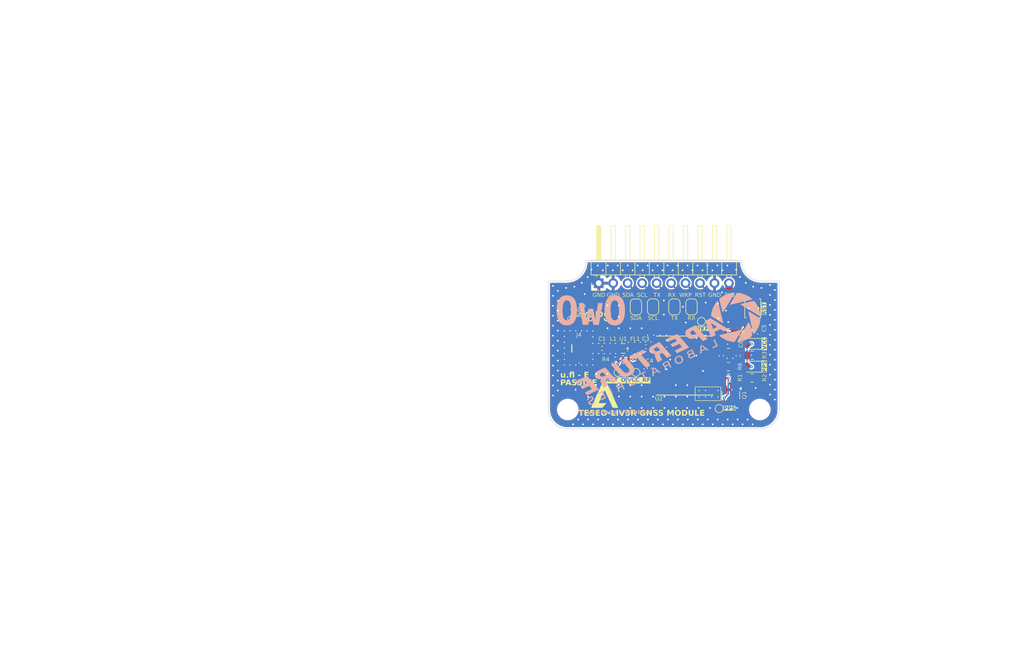
<source format=kicad_pcb>
(kicad_pcb (version 20241229) (generator "pcbnew") (generator_version "9.0")
  (layers (0 "F.Cu" signal) (2 "B.Cu" signal) (13 "F.Paste" user) (15 "B.Paste" user) (5 "F.SilkS" user "F.Silkscreen") (7 "B.SilkS" user "B.Silkscreen") (1 "F.Mask" user) (3 "B.Mask" user) (25 "Edge.Cuts" user))
  (net 0 "")
  (net 1 "/GNSS_ANT")
  (net 2 "Net-(C1-Pad2)")
  (net 3 "GND")
  (net 4 "/VCC_RF")
  (net 5 "/RF_IN")
  (net 6 "Net-(FL1-OUTPUT)")
  (net 7 "+3V3")
  (net 8 "Net-(FL1-INPUT)")
  (net 9 "/GNSS_RST")
  (net 10 "Net-(D2-K)")
  (net 11 "/SDA")
  (net 12 "/GNSS_RX")
  (net 13 "Net-(JP2-A)")
  (net 14 "/GNSS_TX")
  (net 15 "Net-(JP4-B)")
  (net 16 "Net-(JP5-B)")
  (net 17 "Net-(U1-AI)")
  (net 18 "/SCL")
  (net 19 "/GNSS_WKP")
  (net 20 "/GNSS_PPS")
  (net 21 "Net-(Q1-B)")
  (net 22 "Net-(Q1-C)")
  (net 23 "/ANT_OFF")
  (net 24 "Net-(D1-K)")
  (net 25 "Net-(JP1-A)")
  (net 28 "Net-(U2-VBATT)")
  (footprint "Jumper:SolderJumper-2_P1.3mm_Open_RoundedPad1.0x1.5mm" (layer "F.Cu") (at 114 101.75 90)
    (property "Reference" "JP2" (hide yes))
    (property "Value" "Jumper_2_Small_Open")
  )
  (footprint "MountingHole:MountingHole_3.2mm_M3" (layer "F.Cu") (at 135.73962 119.776523)
    (property "Reference" "H1" (hide yes))
    (property "Value" "MountingHole_Pad")
  )
  (footprint "Capacitor_SMD:C_0805_2012Metric" (layer "F.Cu") (at 130.25 108.3 180)
    (property "Reference" "C8")
    (property "Value" "100n")
  )
  (footprint "Inductor_SMD:L_0402_1005Metric" (layer "F.Cu") (at 130.439668 109.85 180)
    (property "Reference" "L2" (hide yes))
    (property "Value" "27nH")
  )
  (footprint "Capacitor_SMD:C_0402_1005Metric" (layer "F.Cu") (at 116.37587 112.53 -90)
    (property "Reference" "C4")
    (property "Value" "56n")
  )
  (footprint "TestPoint:TestPoint_Pad_D1.0mm" (layer "F.Cu") (at 128.6 119.6 -90)
    (property "Reference" "TP4" (hide yes))
    (property "Value" "TestPoint")
  )
  (footprint "Inductor_SMD:L_0402_1005Metric" (layer "F.Cu") (at 109.939668 109.05)
    (property "Reference" "L1")
    (property "Value" "5.6n")
  )
  (footprint "gps-compass_brd:AMP_BGA725L6E6327FTSA1" (layer "F.Cu") (at 111.739668 109.05 180)
    (property "Reference" "U1")
    (property "Value" "BGA725L6E6327FTSA1")
  )
  (footprint "Jumper:SolderJumper-2_P1.3mm_Open_RoundedPad1.0x1.5mm" (layer "F.Cu") (at 120.75 101.75 -90)
    (property "Reference" "JP4" (hide yes))
    (property "Value" "Jumper_2_Small_Open")
  )
  (footprint "sumec_graphic:TITANFALL_ART" (layer "F.Cu") (at 108.541802 121.691413)
    (property "Reference" "G***" (hide yes))
    (property "Value" "LOGO" (hide yes))
  )
  (footprint "LED_SMD:LED_0805_2012Metric" (layer "F.Cu") (at 134.4 112.25 180)
    (property "Reference" "D1" (hide yes))
    (property "Value" "BLUE")
  )
  (footprint "TestPoint:TestPoint_Pad_D1.0mm" (layer "F.Cu") (at 125.5 104.3 -90)
    (property "Reference" "TP2" (hide yes))
    (property "Value" "TestPoint")
  )
  (footprint "Jumper:SolderJumper-2_P1.3mm_Open_RoundedPad1.0x1.5mm" (layer "F.Cu") (at 117 101.75 90)
    (property "Reference" "JP1" (hide yes))
    (property "Value" "Jumper_2_Small_Open")
  )
  (footprint "Capacitor_SMD:C_0402_1005Metric" (layer "F.Cu") (at 131.939668 110.33 -90)
    (property "Reference" "C7" (hide yes))
    (property "Value" "10n")
  )
  (footprint "TestPoint:TestPoint_Pad_D1.0mm" (layer "F.Cu") (at 114 113.25 -90)
    (property "Reference" "TP1" (hide yes))
    (property "Value" "TestPoint")
  )
  (footprint "Button_Switch_SMD:SW_SPST_B3U-1000P" (layer "F.Cu") (at 134.5 102 -90)
    (property "Reference" "SW1" (hide yes))
    (property "Value" "GNSS_RST")
  )
  (footprint "Resistor_SMD:R_0402_1005Metric" (layer "F.Cu") (at 110.339668 110.95)
    (property "Reference" "R4")
    (property "Value" "10k")
  )
  (footprint "Capacitor_SMD:C_0402_1005Metric" (layer "F.Cu") (at 108.039668 109.05)
    (property "Reference" "C1")
    (property "Value" "120p")
  )
  (footprint "Capacitor_SMD:C_0402_1005Metric" (layer "F.Cu") (at 112.239668 110.95 180)
    (property "Reference" "C2")
    (property "Value" "1n")
  )
  (footprint "Capacitor_SMD:C_0805_2012Metric" (layer "F.Cu") (at 134.4 105.5)
    (property "Reference" "C5")
    (property "Value" "100n")
  )
  (footprint "MountingHole:MountingHole_3.2mm_M3" (layer "F.Cu") (at 102.03963 119.776533)
    (property "Reference" "H2" (hide yes))
    (property "Value" "MountingHole_Pad")
  )
  (footprint "Capacitor_SMD:C_0402_1005Metric" (layer "F.Cu") (at 115.739668 108.75)
    (property "Reference" "C3")
    (property "Value" "120p")
  )
  (footprint "gps-compass_brd:FIL_B39162B4327P810" (layer "F.Cu") (at 113.739668 109.0375)
    (property "Reference" "FL1")
    (property "Value" "B39162B4327P810")
  )
  (footprint "Package_TO_SOT_SMD:SOT-23" (layer "F.Cu") (at 130.65 117.25 -90)
    (property "Reference" "Q1")
    (property "Value" "MMBT3904")
  )
  (footprint "Resistor_SMD:R_0805_2012Metric" (layer "F.Cu") (at 130.25 112.25)
    (property "Reference" "R6")
    (property "Value" "10k")
  )
  (footprint "LED_SMD:LED_0805_2012Metric" (layer "F.Cu") (at 134.4 108.25 180)
    (property "Reference" "D2" (hide yes))
    (property "Value" "GREEN")
  )
  (footprint "Resistor_SMD:R_0805_2012Metric" (layer "F.Cu") (at 134.4 110.25 180)
    (property "Reference" "R3")
    (property "Value" "1k")
  )
  (footprint "Resistor_SMD:R_0805_2012Metric" (layer "F.Cu") (at 130.25 114.25 180)
    (property "Reference" "R1")
    (property "Value" "1k")
  )
  (footprint "TestPoint:TestPoint_Pad_D1.0mm" (layer "F.Cu") (at 110.85 113.25 -90)
    (property "Reference" "TP3" (hide yes))
    (property "Value" "TestPoint")
  )
  (footprint "Jumper:SolderJumper-2_P1.3mm_Open_RoundedPad1.0x1.5mm" (layer "F.Cu") (at 123.75 101.75 -90)
    (property "Reference" "JP5" (hide yes))
    (property "Value" "Jumper_2_Small_Open")
  )
  (footprint "Resistor_SMD:R_0805_2012Metric" (layer "F.Cu") (at 134.4 114.25 180)
    (property "Reference" "R2")
    (property "Value" "1k")
  )
  (footprint "Connector_PinHeader_2.54mm:PinHeader_1x10_P2.54mm_Horizontal" (layer "F.Cu") (at 107.464668 97.576494 90)
    (property "Reference" "J3" (hide yes))
    (property "Value" "01x10")
  )
  (footprint "Capacitor_SMD:C_0402_1005Metric" (layer "F.Cu") (at 128.97587 110.33 -90)
    (property "Reference" "C6" (hide yes))
    (property "Value" "56n")
  )
  (footprint "sumec_graphic:GPS_IMG" (layer "F.Cu") (at 105.639668 102.751494)
    (property "Reference" "G***" (hide yes))
    (property "Value" "LOGO" (hide yes))
  )
  (footprint "gps-compass_brd:ARRAY_LIV3R_STM" (layer "F.Cu") (at 122.557769 112.050001)
    (property "Reference" "U2")
    (property "Value" "TESEO-LIV3R")
  )
  (footprint "Resistor_SMD:R_0805_2012Metric" (layer "F.Cu") (at 130.25 106.3)
    (property "Reference" "R5")
    (property "Value" "10k")
  )
  (footprint "gps-compass_brd:636101112001" (layer "F.Cu") (at 104.039668 109.051494 90)
    (property "Reference" "J4")
    (property "Value" "636101112001" (hide yes))
  )
  (footprint "sumec_graphic:APERTURE_ART" (layer "B.Cu") (at 119.639668 109.001494 -155)
    (property "Reference" "G***" (hide yes))
    (property "Value" "LOGO" (hide yes))
  )
  (gr_rect (start 124.4 115.8) (end 128.9 118.2) (stroke (width 0.1)) (fill no) (layer "F.SilkS"))
  (gr_line (start 98.639604 97.206538) (end 101.814614 97.206538) (stroke (width 0.1)) (layer "Edge.Cuts"))
  (gr_arc (start 139.139604 119.776572) (mid 138.143771 122.180716) (end 135.73964 123.176538) (stroke (width 0.1)) (layer "Edge.Cuts"))
  (gr_line (start 105.214604 93.806548) (end 105.214604 93.606538) (stroke (width 0.1)) (layer "Edge.Cuts"))
  (gr_line (start 98.639604 97.206538) (end 98.639604 119.776542) (stroke (width 0.1)) (layer "Edge.Cuts"))
  (gr_line (start 102.0396 123.176538) (end 135.73964 123.176538) (stroke (width 0.1)) (layer "Edge.Cuts"))
  (gr_line (start 139.139604 97.206538) (end 135.96457 97.206538) (stroke (width 0.1)) (layer "Edge.Cuts"))
  (gr_arc (start 135.96457 97.206538) (mid 133.56042 96.210713) (end 132.564604 93.806538) (stroke (width 0.1)) (layer "Edge.Cuts"))
  (gr_arc (start 102.0396 123.176538) (mid 99.635441 122.180701) (end 98.639604 119.776542) (stroke (width 0.1)) (layer "Edge.Cuts"))
  (gr_line (start 132.564604 93.606538) (end 132.564604 93.806538) (stroke (width 0.1)) (layer "Edge.Cuts"))
  (gr_line (start 139.139604 97.206538) (end 139.139604 119.776572) (stroke (width 0.1)) (layer "Edge.Cuts"))
  (gr_line (start 105.214604 93.606538) (end 132.564604 93.606538) (stroke (width 0.1)) (layer "Edge.Cuts"))
  (gr_arc (start 105.214604 93.806548) (mid 104.218769 96.210705) (end 101.814614 97.206538) (stroke (width 0.1)) (layer "Edge.Cuts"))
  (gr_text "VCC_RF" (at 114.5 114.6 0) (layer "F.SilkS" knockout) (effects (font (size 0.7 0.7) (thickness 0.14) (bold yes))))
  (gr_text "SCL" (at 115.1 99.7 0) (layer "F.SilkS") (effects (font (size 0.7 0.7) (thickness 0.1))))
  (gr_text "GND" (at 107.5 99.7 0) (layer "F.SilkS") (effects (font (size 0.7 0.7) (thickness 0.1))))
  (gr_text "PPS" (at 130.4 119.6 0) (layer "F.SilkS" knockout) (effects (font (size 0.7 0.7) (thickness 0.14) (bold yes))))
  (gr_text "SCL" (at 117 103.75 0) (layer "F.SilkS") (effects (font (size 0.7 0.7) (thickness 0.1))))
  (gr_text "GND" (at 127.8 99.7 0) (layer "F.SilkS") (effects (font (size 0.7 0.7) (thickness 0.1))))
  (gr_text "3V3" (at 130.4 99.7 0) (layer "F.SilkS") (effects (font (size 0.7 0.7) (thickness 0.1))))
  (gr_text "RX" (at 123.75 103.75 0) (layer "F.SilkS") (effects (font (size 0.7 0.7) (thickness 0.1))))
  (gr_text "SDA" (at 112.6 99.7 0) (layer "F.SilkS") (effects (font (size 0.7 0.7) (thickness 0.1))))
  (gr_text "RST" (at 125.3 99.7 0) (layer "F.SilkS") (effects (font (size 0.7 0.7) (thickness 0.1))))
  (gr_text "ANT_O" (at 110.4 114.6 0) (layer "F.SilkS" knockout) (effects (font (size 0.7 0.7) (thickness 0.14) (bold yes))))
  (gr_text "u.fl - F" (at 103.25 113.75 0) (layer "F.SilkS") (effects (font (size 1 1) (thickness 0.14) (bold yes))))
  (gr_text "RX" (at 120.3 99.7 0) (layer "F.SilkS") (effects (font (size 0.7 0.7) (thickness 0.1))))
  (gr_text "WKP" (at 125.540989 105.601494 0) (layer "F.SilkS" knockout) (effects (font (size 0.7 0.7) (thickness 0.14) (bold yes))))
  (gr_text "SDA" (at 114 103.75 0) (layer "F.SilkS") (effects (font (size 0.7 0.7) (thickness 0.1))))
  (gr_text "WKP" (at 122.7 99.7 0) (layer "F.SilkS") (effects (font (size 0.7 0.7) (thickness 0.1))))
  (gr_text "PASSIVE" (at 103.940607 115.093994 0) (layer "F.SilkS") (effects (font (size 1 1) (thickness 0.14) (bold yes))))
  (gr_text "GND" (at 110 99.7 0) (layer "F.SilkS") (effects (font (size 0.7 0.7) (thickness 0.1))))
  (gr_text "TX" (at 120.75 103.75 0) (layer "F.SilkS") (effects (font (size 0.7 0.7) (thickness 0.1))))
  (gr_text "TESEO-LIV3R GNSS MODULE" (at 115 120.45 0) (layer "F.SilkS") (effects (font (size 1 1) (thickness 0.14) (bold yes) (italic yes))))
  (gr_text "VCC" (at 136.6 108.2 90) (layer "F.SilkS" knockout) (effects (font (size 0.7 0.7) (thickness 0.14) (bold yes))))
  (gr_text "PPS" (at 136.6 112.2 90) (layer "F.SilkS" knockout) (effects (font (size 0.7 0.7) (thickness 0.14) (bold yes))))
  (gr_text "TX" (at 117.7 99.7 0) (layer "F.SilkS") (effects (font (size 0.7 0.7) (thickness 0.1))))
  (gr_text "RST" (at 136.489668 102.101494 90) (layer "F.SilkS" knockout) (effects (font (size 0.7 0.7) (thickness 0.14) (bold yes))))
  (gr_text "made by a good boy :3" (at 110.389668 120.251494 0) (layer "B.SilkS") (effects (font (size 0.7 0.7) (thickness 0.14) (bold yes) (italic yes)) (justify mirror)))
  (gr_text "OwO" (at 112.389668 105.751494 0) (layer "B.SilkS") (effects (font (size 5 5) (thickness 1.25) (bold yes)) (justify left bottom mirror)))
  (segment (start 107.559668 109.05) (end 105.566162 109.05) (width 0.9) (layer "F.Cu") (net 1))
  (segment (start 105.566162 109.05) (end 105.564668 109.051494) (width 0.9) (layer "F.Cu") (net 1))
  (segment (start 108.519668 109.05) (end 109.454668 109.05) (width 0.45) (layer "F.Cu") (net 2))
  (segment (start 109.839668 111.65) (end 109.829668 111.64) (width 0.25) (layer "F.Cu") (net 3))
  (segment (start 130.7625 116.3125) (end 129.7 116.3125) (width 0.25) (layer "F.Cu") (net 3))
  (segment (start 130.85 116.3) (end 130.775 116.3) (width 0.25) (layer "F.Cu") (net 3))
  (segment (start 113.739668 108.75) (end 113.739668 109.325) (width 0.25) (layer "F.Cu") (net 3))
  (segment (start 116.37587 113.01) (end 115.799668 113.01) (width 0.25) (layer "F.Cu") (net 3))
  (segment (start 111.759668 110.3) (end 111.759668 110.75) (width 0.25) (layer "F.Cu") (net 3))
  (segment (start 129.3 108.3) (end 130.1 108.3) (width 0.25) (layer "F.Cu") (net 3))
  (segment (start 135.35 105.5) (end 135.35 106.516918) (width 0.25) (layer "F.Cu") (net 3))
  (segment (start 130.775 116.3) (end 130.7625 116.3125) (width 0.25) (layer "F.Cu") (net 3))
  (segment (start 113.739668 109.325) (end 114.239668 109.325) (width 0.25) (layer "F.Cu") (net 3))
  (segment (start 129.972023 110.81) (end 129.982418 110.799605) (width 0.25) (layer "F.Cu") (net 3))
  (segment (start 111.759668 110.03) (end 111.939668 109.85) (width 0.2) (layer "F.Cu") (net 3))
  (segment (start 111.759668 110.3) (end 111.759668 110.03) (width 0.2) (layer "F.Cu") (net 3))
  (segment (start 128.97587 110.81) (end 129.972023 110.81) (width 0.25) (layer "F.Cu") (net 3))
  (segment (start 113.739668 110.018491) (end 113.739668 109.325) (width 0.25) (layer "F.Cu") (net 3))
  (segment (start 135.35 106.516918) (end 135.346243 106.520675) (width 0.25) (layer "F.Cu") (net 3))
  (segment (start 115.799668 113.01) (end 115.439668 112.65) (width 0.25) (layer "F.Cu") (net 3))
  (segment (start 111.939668 109.85) (end 111.939668 109.45) (width 0.2) (layer "F.Cu") (net 3))
  (segment (start 109.829668 111.64) (end 109.829668 110.95) (width 0.25) (layer "F.Cu") (net 3))
  (segment (start 113.719668 110.048887) (end 113.719668 110.038491) (width 0.25) (layer "F.Cu") (net 3))
  (segment (start 131.939668 110.81) (end 131.043897 110.81) (width 0.25) (layer "F.Cu") (net 3))
  (segment (start 111.539668 108.65) (end 111.539668 107.95) (width 0.15) (layer "F.Cu") (net 3))
  (segment (start 113.739668 108.75) (end 113.739668 107.95) (width 0.25) (layer "F.Cu") (net 3))
  (segment (start 133.4875 110.25) (end 134.25 110.25) (width 0.25) (layer "F.Cu") (net 3))
  (segment (start 113.719668 110.038491) (end 113.739668 110.018491) (width 0.25) (layer "F.Cu") (net 3))
  (segment (start 131.043897 110.81) (end 131.033502 110.799605) (width 0.25) (layer "F.Cu") (net 3))
  (via (at 116.975 122.375) (size 0.7) (drill 0.3) (layers "F.Cu" "B.Cu") (net 3))
  (via (at 99.439668 99.801494) (size 0.7) (drill 0.3) (layers "F.Cu" "B.Cu") (net 3))
  (via (at 115 115.5) (size 0.7) (drill 0.3) (layers "F.Cu" "B.Cu") (net 3))
  (via (at 135.346243 106.520675) (size 0.5) (drill 0.2) (layers "F.Cu" "B.Cu") (net 3))
  (via (at 138.375 114.525) (size 0.7) (drill 0.3) (layers "F.Cu" "B.Cu") (net 3))
  (via (at 99.439668 105.051494) (size 0.7) (drill 0.3) (layers "F.Cu" "B.Cu") (net 3))
  (via (at 115.225 122.375) (size 0.7) (drill 0.3) (layers "F.Cu" "B.Cu") (net 3))
  (via (at 114.3 94.475) (size 0.7) (drill 0.3) (layers "F.Cu" "B.Cu") (net 3))
  (via (at 107.439668 108.15) (size 0.5) (drill 0.2) (layers "F.Cu" "B.Cu") (net 3))
  (via (at 114.739668 107.95) (size 0.5) (drill 0.2) (layers "F.Cu" "B.Cu") (net 3))
  (via (at 106.450355 107.015616) (size 0.5) (drill 0.2) (layers "F.Cu" "B.Cu") (net 3))
  (via (at 130.1 108.3) (size 0.5) (drill 0.2) (layers "F.Cu" "B.Cu") (net 3))
  (via (at 138.375 104.025) (size 0.7) (drill 0.3) (layers "F.Cu" "B.Cu") (net 3))
  (via (at 115.7 107.9) (size 0.5) (drill 0.2) (layers "F.Cu" "B.Cu") (net 3))
  (via (at 128.467472 103.741868) (size 0.7) (drill 0.3) (layers "F.Cu" "B.Cu") (net 3))
  (via (at 103.4 116.3) (size 0.7) (drill 0.3) (layers "F.Cu" "B.Cu") (net 3))
  (via (at 100.289668 100.676494) (size 0.7) (drill 0.3) (layers "F.Cu" "B.Cu") (net 3))
  (via (at 136.020322 98.421167) (size 0.7) (drill 0.3) (layers "F.Cu" "B.Cu") (net 3))
  (via (at 99.439668 98.051494) (size 0.7) (drill 0.3) (layers "F.Cu" "B.Cu") (net 3))
  (via (at 99.439668 101.551494) (size 0.7) (drill 0.3) (layers "F.Cu" "B.Cu") (net 3))
  (via (at 101.439668 110.951494) (size 0.5) (drill 0.2) (layers "F.Cu" "B.Cu") (net 3))
  (via (at 112.6 121.525) (size 0.7) (drill 0.3) (layers "F.Cu" "B.Cu") (net 3))
  (via (at 102.438174 111.951494) (size 0.5) (drill 0.2) (layers "F.Cu" "B.Cu") (net 3))
  (via (at 103.85 121.525) (size 0.7) (drill 0.3) (layers "F.Cu" "B.Cu") (net 3))
  (via (at 125.675 95.325) (size 0.7) (drill 0.3) (layers "F.Cu" "B.Cu") (net 3))
  (via (at 115 105.5) (size 0.7) (drill 0.3) (layers "F.Cu" "B.Cu") (net 3))
  (via (at 119.339668 106.7) (size 0.5) (drill 0.2) (layers "F.Cu" "B.Cu") (net 3))
  (via (at 137.525 117.15) (size 0.7) (drill 0.3) (layers "F.Cu" "B.Cu") (net 3))
  (via (at 99.439668 110.301494) (size 0.7) (drill 0.3) (layers "F.Cu" "B.Cu") (net 3))
  (via (at 100.289668 116.426494) (size 0.7) (drill 0.3) (layers "F.Cu" "B.Cu") (net 3))
  (via (at 122.75 104.5) (size 0.7) (drill 0.3) (layers "F.Cu" "B.Cu") (net 3))
  (via (at 111 115.5) (size 0.7) (drill 0.3) (layers "F.Cu" "B.Cu") (net 3))
  (via (at 105.531053 96.5) (size 0.7) (drill 0.3) (layers "F.Cu" "B.Cu") (net 3))
  (via (at 106.439668 109.95) (size 0.5) (drill 0.2) (layers "F.Cu" "B.Cu") (net 3))
  (via (at 119.35 107.7) (size 0.5) (drill 0.2) (layers "F.Cu" "B.Cu") (net 3))
  (via (at 124.6 107.2) (size 0.7) (drill 0.3) (layers "F.Cu" "B.Cu") (net 3))
  (via (at 127.3 117.55) (size 0.5) (drill 0.2) (layers "F.Cu" "B.Cu") (net 3))
  (via (at 109.975 122.375) (size 0.7) (drill 0.3) (layers "F.Cu" "B.Cu") (net 3))
  (via (at 138.375 111.025) (size 0.7) (drill 0.3) (layers "F.Cu" "B.Cu") (net 3))
  (via (at 116.639668 109.6) (size 0.5) (drill 0.2) (layers "F.Cu" "B.Cu") (net 3))
  (via (at 119.35 108.8) (size 0.5) (drill 0.2) (layers "F.Cu" "B.Cu") (net 3))
  (via (at 125.75 113) (size 0.7) (drill 0.3) (layers "F.Cu" "B.Cu") (net 3))
  (via (at 117.139668 106.7) (size 0.5) (drill 0.2) (layers "F.Cu" "B.Cu") (net 3))
  (via (at 138.375 112.775) (size 0.7) (drill 0.3) (layers "F.Cu" "B.Cu") (net 3))
  (via (at 113.425 95.325) (size 0.7) (drill 0.3) (layers "F.Cu" "B.Cu") (net 3))
  (via (at 115 117.5) (size 0.7) (drill 0.3) (layers "F.Cu" "B.Cu") (net 3))
  (via (at 105.6 117.5) (size 0.7) (drill 0.3) (layers "F.Cu" "B.Cu") (net 3))
  (via (at 131.033502 110.799605) (size 0.5) (drill 0.2) (layers "F.Cu" "B.Cu") (net 3))
  (via (at 137.525 106.65) (size 0.7) (drill 0.3) (layers "F.Cu" "B.Cu") (net 3))
  (via (at 109 113.5) (size 0.7) (drill 0.3) (layers "F.Cu" "B.Cu") (net 3))
  (via (at 132.25 96.5) (size 0.7) (drill 0.3) (layers "F.Cu" "B.Cu") (net 3))
  (via (at 118.675 95.325) (size 0.7) (drill 0.3) (layers "F.Cu" "B.Cu") (net 3))
  (via (at 121 119.5) (size 0.7) (drill 0.3) (layers "F.Cu" "B.Cu") (net 3))
  (via (at 131.85 121.525) (size 0.7) (drill 0.3) (layers "F.Cu" "B.Cu") (net 3))
  (via (at 119.6 121.525) (size 0.7) (drill 0.3) (layers "F.Cu" "B.Cu") (net 3))
  (via (at 120.475 122.375) (size 0.7) (drill 0.3) (layers "F.Cu" "B.Cu") (net 3))
  (via (at 99.439668 112.051494) (size 0.7) (drill 0.3) (layers "F.Cu" "B.Cu") (net 3))
  (via (at 137.525 101.4) (size 0.7) (drill 0.3) (layers "F.Cu" "B.Cu") (net 3))
  (via (at 138.375 100.525) (size 0.7) (drill 0.3) (layers "F.Cu" "B.Cu") (net 3))
  (via (at 117.8 94.475) (size 0.7) (drill 0.3) (layers "F.Cu" "B.Cu") (net 3))
  (via (at 131.588061 95.20081) (size 0.7) (drill 0.3) (layers "F.Cu" "B.Cu") (net 3))
  (via (at 108.439668 108.15) (size 0.5) (drill 0.2) (layers "F.Cu" "B.Cu") (net 3))
  (via (at 99.439668 103.301494) (size 0.7) (drill 0.3) (layers "F.Cu" "B.Cu") (net 3))
  (via (at 113.739668 107.95) (size 0.5) (drill 0.2) (layers "F.Cu" "B.Cu") (net 3))
  (via (at 107.35 121.525) (size 0.7) (drill 0.3) (layers "F.Cu" "B.Cu") (net 3))
  (via (at 130.975 122.375) (size 0.7) (drill 0.3) (layers "F.Cu" "B.Cu") (net 3))
  (via (at 116.1 121.525) (size 0.7) (drill 0.3) (layers "F.Cu" "B.Cu") (net 3))
  (via (at 134.25 110.25) (size 0.5) (drill 0.2) (layers "F.Cu" "B.Cu") (net 3))
  (via (at 104.5 97.531013) (size 0.7) (drill 0.3) (layers "F.Cu" "B.Cu") (net 3))
  (via (at 138.375 116.275) (size 0.7) (drill 0.3) (layers "F.Cu" "B.Cu") (net 3))
  (via (at 99.439668 106.801494) (size 0.7) (drill 0.3) (layers "F.Cu" "B.Cu") (net 3))
  (via (at 101.760657 98.421021) (size 0.7) (drill 0.3) (layers "F.Cu" "B.Cu") (net 3))
  (via (at 111 103.5) (size 0.7) (drill 0.3) (layers "F.Cu" "B.Cu") (net 3))
  (via (at 104.725 122.375) (size 0.7) (drill 0.3) (layers "F.Cu" "B.Cu") (net 3))
  (via (at 118.725 122.375) (size 0.7) (drill 0.3) (layers "F.Cu" "B.Cu") (net 3))
  (via (at 123 117.5) (size 0.7) (drill 0.3) (layers "F.Cu" "B.Cu") (net 3))
  (via (at 111.675 95.325) (size 0.7) (drill 0.3) (layers "F.Cu" "B.Cu") (net 3))
  (via (at 122.244102 101.736849) (size 0.7) (drill 0.3) (layers "F.Cu" "B.Cu") (net 3))
  (via (at 123 115.5) (size 0.7) (drill 0.3) (layers "F.Cu" "B.Cu") (net 3))
  (via (at 108.175 95.325) (size 0.7) (drill 0.3) (layers "F.Cu" "B.Cu") (net 3))
  (via (at 121.3 94.475) (size 0.7) (drill 0.3) (layers "F.Cu" "B.Cu") (net 3))
  (via (at 99.439668 117.301494) (size 0.7) (drill 0.3) (layers "F.Cu" "B.Cu") (net 3))
  (via (at 137.525 115.4) (size 0.7) (drill 0.3) (layers "F.Cu" "B.Cu") (net 3))
  (via (at 126.195118 116.449024) (size 0.5) (drill 0.2) (layers "F.Cu" "B.Cu") (net 3))
  (via (at 113 115.5) (size 0.7) (drill 0.3) (layers "F.Cu" "B.Cu") (net 3))
  (via (at 105.438174 105.951494) (size 0.5) (drill 0.2) (layers "F.Cu" "B.Cu") (net 3))
  (via (at 103.439668 111.951494) (size 0.5) (drill 0.2) (layers "F.Cu" "B.Cu") (net 3))
  (via (at 101.439668 106.95) (size 0.5) (drill 0.2) (layers "F.Cu" "B.Cu") (net 3))
  (via (at 115.175 95.325) (size 0.7) (drill 0.3) (layers "F.Cu" "B.Cu") (net 3))
  (via (at 101.438174 111.951494) (size 0.5) (drill 0.2) (layers "F.Cu" "B.Cu") (net 3))
  (via (at 110.439668 108.15) (size 0.5) (drill 0.2) (layers "F.Cu" "B.Cu") (net 3))
  (via (at 117.85 121.525) (size 0.7) (drill 0.3) (layers "F.Cu" "B.Cu") (net 3))
  (via (at 123 119.5) (size 0.7) (drill 0.3) (layers "F.Cu" "B.Cu") (net 3))
  (via (at 110.8 94.475) (size 0.7) (drill 0.3) (layers "F.Cu" "B.Cu") (net 3))
  (via (at 112.639668 107.95) (size 0.5) (drill 0.2) (layers "F.Cu" "B.Cu") (net 3))
  (via (at 105.6 121.525) (size 0.7) (drill 0.3) (layers "F.Cu" "B.Cu") (net 3))
  (via (at 119.35 109.9) (size 0.5) (drill 0.2) (layers "F.Cu" "B.Cu") (net 3))
  (via (at 110.85 121.525) (size 0.7) (drill 0.3) (layers "F.Cu" "B.Cu") (net 3))
  (via (at 114.35 121.525) (size 0.7) (drill 0.3) (layers "F.Cu" "B.Cu") (net 3))
  (via (at 105 99.5) (size 0.7) (drill 0.3) (layers "F.Cu" "B.Cu") (net 3))
  (via (at 113 119.5) (size 0.7) (drill 0.3) (layers "F.Cu" "B.Cu") (net 3))
  (via (at 122.175 95.325) (size 0.7) (drill 0.3) (layers "F.Cu" "B.Cu") (net 3))
  (via (at 130.2 104.4) (size 0.7) (drill 0.3) (layers "F.Cu" "B.Cu") (net 3))
  (via (at 127.425 95.325) (size 0.7) (drill 0.3) (layers "F.Cu" "B.Cu") (net 3))
  (via (at 111.759668 110.3) (size 0.5) (drill 0.2) (layers "F.Cu" "B.Cu") (net 3))
  (via (at 123.1 121.525) (size 0.7) (drill 0.3) (layers "F.Cu" "B.Cu") (net 3))
  (via (at 107.439668 109.95) (size 0.5) (drill 0.2) (layers "F.Cu" "B.Cu") (net 3))
  (via (at 114.739668 110.05) (size 0.5) (drill 0.2) (layers "F.Cu" "B.Cu") (net 3))
  (via (at 100.289668 105.926494) (size 0.7) (drill 0.3) (layers "F.Cu" "B.Cu") (net 3))
  (via (at 113.719668 110.048887) (size 0.5) (drill 0.2) (layers "F.Cu" "B.Cu") (net 3))
  (via (at 130.85 116.3) (size 0.5) (drill 0.2) (layers "F.Cu" "B.Cu") (net 3))
  (via (at 135.5 102) (size 0.7) (drill 0.3) (layers "F.Cu" "B.Cu") (net 3))
  (via (at 137.525 103.15) (size 0.7) (drill 0.3) (layers "F.Cu" "B.Cu") (net 3))
  (via (at 126.6 121.525) (size 0.7) (drill 0.3) (layers "F.Cu" "B.Cu") (net 3))
  (via (at 125.1 117.55) (size 0.5) (drill 0.2) (layers "F.Cu" "B.Cu") (net 3))
  (via (at 100.289668 98.926494) (size 0.7) (drill 0.3) (layers "F.Cu" "B.Cu") (net 3))
  (via (at 118.239668 106.7) (size 0.5) (drill 0.2) (layers "F.Cu" "B.Cu") (net 3))
  (via (at 109 105.5) (size 0.7) (drill 0.3) (layers "F.Cu" "B.Cu") (net 3))
  (via (at 133.75 102) (size 0.7) (drill 0.3) (layers "F.Cu" "B.Cu") (net 3))
  (via (at 138.375 105.775) (size 0.7) (drill 0.3) (layers "F.Cu" "B.Cu") (net 3))
  (via (at 109.1 121.525) (size 0.7) (drill 0.3) (layers "F.Cu" "B.Cu") (net 3))
  (via (at 116.05 94.475) (size 0.7) (drill 0.3) (layers "F.Cu" "B.Cu") (net 3))
  (via (at 116.639668 107.9) (size 0.5) (drill 0.2) (layers "F.Cu" "B.Cu") (net 3))
  (via (at 100.289668 114.676494) (size 0.7) (drill 0.3) (layers "F.Cu" "B.Cu") (net 3))
  (via (at 111.757738 111.654802) (size 0.5) (drill 0.2) (layers "F.Cu" "B.Cu") (net 3))
  (via (at 120 111) (size 0.7) (drill 0.3) (layers "F.Cu" "B.Cu") (net 3))
  (via (at 109.05 94.475) (size 0.7) (drill 0.3) (layers "F.Cu" "B.Cu") (net 3))
  (via (at 130.1 121.525) (size 0.7) (drill 0.3) (layers "F.Cu" "B.Cu") (net 3))
  (via (at 113.475 122.375) (size 0.7) (drill 0.3) (layers "F.Cu" "B.Cu") (net 3))
  (via (at 132.725 122.375) (size 0.7) (drill 0.3) (layers "F.Cu" "B.Cu") (net 3))
  (via (at 128.4 101.2) (size 0.7) (drill 0.3) (layers "F.Cu" "B.Cu") (net 3))
  (via (at 110.439668 109.95) (size 0.5) (drill 0.2) (layers "F.Cu" "B.Cu") (net 3))
  (via (at 118.9 103.1) (size 0.7) (drill 0.3) (layers "F.Cu" "B.Cu") (net 3))
  (via (at 119.4 112.7) (size 0.7) (drill 0.3) (layers "F.Cu" "B.Cu") (net 3))
  (via (at 104.439668 105.951494) (size 0.5) (drill 0.2) (layers "F.Cu" "B.Cu") (net 3))
  (via (at 101.439668 108.951494) (size 0.5) (drill 0.2) (layers "F.Cu" "B.Cu") (net 3))
  (via (at 111 101.5) (size 0.7) (drill 0.3) (layers "F.Cu" "B.Cu") (net 3))
  (via (at 119.55 94.475) (size 0.7) (drill 0.3) (layers "F.Cu" "B.Cu") (net 3))
  (via (at 125.725 122.375) (size 0.7) (drill 0.3) (layers "F.Cu" "B.Cu") (net 3))
  (via (at 137.525 104.9) (size 0.7) (drill 0.3) (layers "F.Cu" "B.Cu") (net 3))
  (via (at 126.25 101) (size 0.7) (drill 0.3) (layers "F.Cu" "B.Cu") (net 3))
  (via (at 137.525 110.15) (size 0.7) (drill 0.3) (layers "F.Cu" "B.Cu") (net 3))
  (via (at 103.438174 105.951494) (size 0.5) (drill 0.2) (layers "F.Cu" "B.Cu") (net 3))
  (via (at 133.6 121.525) (size 0.7) (drill 0.3) (layers "F.Cu" "B.Cu") (net 3))
  (via (at 117 119.5) (size 0.7) (drill 0.3) (layers "F.Cu" "B.Cu") (net 3))
  (via (at 128.4 116.45) (size 0.5) (drill 0.2) (layers "F.Cu" "B.Cu") (net 3))
  (via (at 111 117.5) (size 0.7) (drill 0.3) (layers "F.Cu" "B.Cu") (net 3))
  (via (at 101.439668 109.95) (size 0.5) (drill 0.2) (layers "F.Cu" "B.Cu") (net 3))
  (via (at 113 117.5) (size 0.7) (drill 0.3) (layers "F.Cu" "B.Cu") (net 3))
  (via (at 115.439668 112.65) (size 0.5) (drill 0.2) (layers "F.Cu" "B.Cu") (net 3))
  (via (at 118.9 100.6) (size 0.7) (drill 0.3) (layers "F.Cu" "B.Cu") (net 3))
  (via (at 137.525 111.9) (size 0.7) (drill 0.3) (layers "F.Cu" "B.Cu") (net 3))
  (via (at 137.525 99.65) (size 0.7) (drill 0.3) (layers "F.Cu" "B.Cu") (net 3))
  (via (at 121 117.5) (size 0.7) (drill 0.3) (layers "F.Cu" "B.Cu") (net 3))
  (via (at 111.539668 107.95) (size 0.5) (drill 0.2) (layers "F.Cu" "B.Cu") (net 3))
  (via (at 138.375 118.025) (size 0.7) (drill 0.3) (layers "F.Cu" "B.Cu") (net 3))
  (via (at 117 117.5) (size 0.7) (drill 0.3) (layers "F.Cu" "B.Cu") (net 3))
  (via (at 101.439668 105.951494) (size 0.5) (drill 0.2) (layers "F.Cu" "B.Cu") (net 3))
  (via (at 120.425 95.325) (size 0.7) (drill 0.3) (layers "F.Cu" "B.Cu") (net 3))
  (via (at 126.2 117.55) (size 0.5) (drill 0.2) (layers "F.Cu" "B.Cu") (net 3))
  (via (at 129.225 122.375) (size 0.7) (drill 0.3) (layers "F.Cu" "B.Cu") (net 3))
  (via (at 115.7 109.6) (size 0.5) (drill 0.2) (layers "F.Cu" "B.Cu") (net 3))
  (via (at 124.85 121.525) (size 0.7) (drill 0.3) (layers "F.Cu" "B.Cu") (net 3))
  (via (at 100.289668 102.426494) (size 0.7) (drill 0.3) (layers "F.Cu" "B.Cu") (net 3))
  (via (at 106.475 122.375) (size 0.7) (drill 0.3) (layers "F.Cu" "B.Cu") (net 3))
  (via (at 129.982418 110.799605) (size 0.5) (drill 0.2) (layers "F.Cu" "B.Cu") (net 3))
  (via (at 111 105.5) (size 0.7) (drill 0.3) (layers "F.Cu" "B.Cu") (net 3))
  (via (at 100.289668 104.176494) (size 0.7) (drill 0.3) (layers "F.Cu" "B.Cu") (net 3))
  (via (at 126.2 106.8) (size 0.7) (drill 0.3) (layers "F.Cu" "B.Cu") (net 3))
  (via (at 109.439668 109.95) (size 0.5) (drill 0.2) (layers "F.Cu" "B.Cu") (net 3))
  (via (at 109.439668 108.15) (size 0.5) (drill 0.2) (layers "F.Cu" "B.Cu") (net 3))
  (via (at 115 119.5) (size 0.7) (drill 0.3) (layers "F.Cu" "B.Cu") (net 3))
  (via (at 109.839668 111.65) (size 0.5) (drill 0.2) (layers "F.Cu" "B.Cu") (net 3))
  (via (at 100.289668 107.676494) (size 0.7) (drill 0.3) (layers "F.Cu" "B.Cu") (net 3))
  (via (at 121.35 121.525) (size 0.7) (drill 0.3) (layers "F.Cu" "B.Cu") (net 3))
  (via (at 100.289668 109.426494) (size 0.7) (drill 0.3) (layers "F.Cu" "B.Cu") (net 3))
  (via (at 129.1 99.2) (size 0.7) (drill 0.3) (layers "F.Cu" "B.Cu") (net 3))
  (via (at 123.925 95.325) (size 0.7) (drill 0.3) (layers "F.Cu" "B.Cu") (net 3))
  (via (at 109.925 95.325) (size 0.7) (drill 0.3) (layers "F.Cu" "B.Cu") (net 3))
  (via (at 99.439668 108.551494) (size 0.7) (drill 0.3) (layers "F.Cu" "B.Cu") (net 3))
  (via (at 130.05 94.475) (size 0.7) (drill 0.3) (layers "F.Cu" "B.Cu") (net 3))
  (via (at 106.439668 110.951494) (size 0.5) (drill 0.2) (layers "F.Cu" "B.Cu") (net 3))
  (via (at 137.525 108.4) (size 0.7) (drill 0.3) (layers "F.Cu" "B.Cu") (net 3))
  (via (at 99.439668 113.801494) (size 0.7) (drill 0.3) (layers "F.Cu" "B.Cu") (net 3))
  (via (at 126.55 94.475) (size 0.7) (drill 0.3) (layers "F.Cu" "B.Cu") (net 3))
  (via (at 108.225 122.375) (size 0.7) (drill 0.3) (layers "F.Cu" "B.Cu") (net 3))
  (via (at 124.6 110.3) (size 0.7) (drill 0.3) (layers "F.Cu" "B.Cu") (net 3))
  (via (at 105.439668 111.951494) (size 0.5) (drill 0.2) (layers "F.Cu" "B.Cu") (net 3))
  (via (at 106.441618 105.956085) (size 0.5) (drill 0.2) (layers "F.Cu" "B.Cu") (net 3))
  (via (at 131.75 119.5) (size 0.7) (drill 0.3) (layers "F.Cu" "B.Cu") (net 3))
  (via (at 123.975 122.375) (size 0.7) (drill 0.3) (layers "F.Cu" "B.Cu") (net 3))
  (via (at 137.525 97.9) (size 0.7) (drill 0.3) (layers "F.Cu" "B.Cu") (net 3))
  (via (at 116.925 95.325) (size 0.7) (drill 0.3) (layers "F.Cu" "B.Cu") (net 3))
  (via (at 103.20081 98.192952) (size 0.7) (drill 0.3) (layers "F.Cu" "B.Cu") (net 3))
  (via (at 102.438174 105.951494) (size 0.5) (drill 0.2) (layers "F.Cu" "B.Cu") (net 3))
  (via (at 124.8 94.475) (size 0.7) (drill 0.3) (layers "F.Cu" "B.Cu") (net 3))
  (via (at 129.175 95.325) (size 0.7) (drill 0.3) (layers "F.Cu" "B.Cu") (net 3))
  (via (at 112.55 94.475) (size 0.7) (drill 0.3) (layers "F.Cu" "B.Cu") (net 3))
  (via (at 125 119.5) (size 0.7) (drill 0.3) (layers "F.Cu" "B.Cu") (net 3))
  (via (at 134.475 122.375) (size 0.7) (drill 0.3) (layers "F.Cu" "B.Cu") (net 3))
  (via (at 106.439668 108.15) (size 0.5) (drill 0.2) (layers "F.Cu" "B.Cu") (net 3))
  (via (at 121 115.5) (size 0.7) (drill 0.3) (layers "F.Cu" "B.Cu") (net 3))
  (via (at 99.439668 115.551494) (size 0.7) (drill 0.3) (layers "F.Cu" "B.Cu") (net 3))
  (via (at 138.375 102.275) (size 0.7) (drill 0.3) (layers "F.Cu" "B.Cu") (net 3))
  (via (at 129.8 102.4) (size 0.7) (drill 0.3) (layers "F.Cu" "B.Cu") (net 3))
  (via (at 134.580177 98.193042) (size 0.7) (drill 0.3) (layers "F.Cu" "B.Cu") (net 3))
  (via (at 119 119.5) (size 0.7) (drill 0.3) (layers "F.Cu" "B.Cu") (net 3))
  (via (at 138.375 107.525) (size 0.7) (drill 0.3) (layers "F.Cu" "B.Cu") (net 3))
  (via (at 111.725 122.375) (size 0.7) (drill 0.3) (layers "F.Cu" "B.Cu") (net 3))
  (via (at 106.193042 95.200836) (size 0.7) (drill 0.3) (layers "F.Cu" "B.Cu") (net 3))
  (via (at 119 117.5) (size 0.7) (drill 0.3) (layers "F.Cu" "B.Cu") (net 3))
  (via (at 133.281013 97.531053) (size 0.7) (drill 0.3) (layers "F.Cu" "B.Cu") (net 3))
  (via (at 125.1 116.45) (size 0.5) (drill 0.2) (layers "F.Cu" "B.Cu") (net 3))
  (via (at 128.3 94.475) (size 0.7) (drill 0.3) (layers "F.Cu" "B.Cu") (net 3))
  (via (at 138.375 98.775) (size 0.7) (drill 0.3) (layers "F.Cu" "B.Cu") (net 3))
  (via (at 106.439668 111.951494) (size 0.5) (drill 0.2) (layers "F.Cu" "B.Cu") (net 3))
  (via (at 137.525 113.65) (size 0.7) (drill 0.3) (layers "F.Cu" "B.Cu") (net 3))
  (via (at 122.225 122.375) (size 0.7) (drill 0.3) (layers "F.Cu" "B.Cu") (net 3))
  (via (at 109 101.5) (size 0.7) (drill 0.3) (layers "F.Cu" "B.Cu") (net 3))
  (via (at 113 105.5) (size 0.7) (drill 0.3) (layers "F.Cu" "B.Cu") (net 3))
  (via (at 107 113.5) (size 0.7) (drill 0.3) (layers "F.Cu" "B.Cu") (net 3))
  (via (at 101.439668 107.95) (size 0.5) (drill 0.2) (layers "F.Cu" "B.Cu") (net 3))
  (via (at 107 115.5) (size 0.7) (drill 0.3) (layers "F.Cu" "B.Cu") (net 3))
  (via (at 127.475 122.375) (size 0.7) (drill 0.3) (layers "F.Cu" "B.Cu") (net 3))
  (via (at 102.975 122.375) (size 0.7) (drill 0.3) (layers "F.Cu" "B.Cu") (net 3))
  (via (at 104.438174 111.951494) (size 0.5) (drill 0.2) (layers "F.Cu" "B.Cu") (net 3))
  (via (at 128.4 117.55) (size 0.5) (drill 0.2) (layers "F.Cu" "B.Cu") (net 3))
  (via (at 135 116) (size 0.7) (drill 0.3) (layers "F.Cu" "B.Cu") (net 3))
  (via (at 100.289668 111.176494) (size 0.7) (drill 0.3) (layers "F.Cu" "B.Cu") (net 3))
  (via (at 128.35 121.525) (size 0.7) (drill 0.3) (layers "F.Cu" "B.Cu") (net 3))
  (via (at 100.289668 112.926494) (size 0.7) (drill 0.3) (layers "F.Cu" "B.Cu") (net 3))
  (via (at 138.375 109.275) (size 0.7) (drill 0.3) (layers "F.Cu" "B.Cu") (net 3))
  (via (at 116.039668 106.7) (size 0.5) (drill 0.2) (layers "F.Cu" "B.Cu") (net 3))
  (via (at 123.05 94.475) (size 0.7) (drill 0.3) (layers "F.Cu" "B.Cu") (net 3))
  (via (at 127 119.5) (size 0.7) (drill 0.3) (layers "F.Cu" "B.Cu") (net 3))
  (via (at 107.3 94.475) (size 0.7) (drill 0.3) (layers "F.Cu" "B.Cu") (net 3))
  (via (at 108.439668 109.95) (size 0.5) (drill 0.2) (layers "F.Cu" "B.Cu") (net 3))
  (segment (start 114 113.25) (end 114 112.05) (width 0.25) (layer "F.Cu") (net 4))
  (segment (start 112.759668 111.52) (end 113.289668 112.05) (width 0.25) (layer "F.Cu") (net 4))
  (segment (start 113.289668 112.05) (end 114 112.05) (width 0.25) (layer "F.Cu") (net 4))
  (segment (start 112.339668 109.05) (end 111.939668 109.05) (width 0.2) (layer "F.Cu") (net 4))
  (segment (start 112.759668 110.85) (end 112.759668 111.52) (width 0.25) (layer "F.Cu") (net 4))
  (segment (start 116.37587 112.05) (end 117.839668 112.050001) (width 0.25) (layer "F.Cu") (net 4))
  (segment (start 112.719668 109.419668) (end 112.35 109.05) (width 0.2) (layer "F.Cu") (net 4))
  (segment (start 114 112.05) (end 116.37587 112.05) (width 0.25) (layer "F.Cu") (net 4))
  (segment (start 112.719668 110.95) (end 112.719668 109.419668) (width 0.2) (layer "F.Cu") (net 4))
  (segment (start 112.35 109.05) (end 112.339668 109.05) (width 0.2) (layer "F.Cu") (net 4))
  (segment (start 116.219668 108.75) (end 117.839668 108.75) (width 0.8) (layer "F.Cu") (net 5))
  (segment (start 114.239668 108.75) (end 115.259668 108.75) (width 0.3) (layer "F.Cu") (net 6))
  (segment (start 134.25 112.25) (end 133.4625 112.25) (width 0.25) (layer "F.Cu") (net 7))
  (segment (start 133.4625 108.25) (end 131.652168 108.25) (width 0.5) (layer "F.Cu") (net 7))
  (segment (start 133.4625 108.25) (end 134.25 108.25) (width 0.25) (layer "F.Cu") (net 7))
  (segment (start 133.4625 112.25) (end 131.1625 112.25) (width 0.5) (layer "F.Cu") (net 7))
  (via (at 134.25 112.25) (size 0.5) (drill 0.2) (layers "F.Cu" "B.Cu") (net 7))
  (via (at 134.25 108.25) (size 0.5) (drill 0.2) (layers "F.Cu" "B.Cu") (net 7))
  (segment (start 134.25 108.25) (end 133.5 109) (width 0.25) (layer "B.Cu") (net 7))
  (segment (start 133.5 109) (end 133.5 111.5) (width 0.25) (layer "B.Cu") (net 7))
  (segment (start 133.5 111.5) (end 134.25 112.25) (width 0.25) (layer "B.Cu") (net 7))
  (segment (start 111.939668 108.65) (end 112.495918 108.65) (width 0.2) (layer "F.Cu") (net 8))
  (segment (start 112.883418 109.0375) (end 113.239668 109.0375) (width 0.2) (layer "F.Cu") (net 8))
  (segment (start 112.495918 108.65) (end 112.883418 109.0375) (width 0.2) (layer "F.Cu") (net 8))
  (segment (start 127.27587 107.650002) (end 127.27587 99.707696) (width 0.25) (layer "F.Cu") (net 9))
  (segment (start 134.3 105.5) (end 134.3 103.7) (width 0.25) (layer "F.Cu") (net 9))
  (segment (start 127.27587 99.707696) (end 125.318174 97.75) (width 0.25) (layer "F.Cu") (net 9))
  (segment (start 130.144202 106.25) (end 129.3875 106.25) (width 0.25) (layer "F.Cu") (net 9))
  (segment (start 134.3 105.5) (end 133.45 105.5) (width 0.25) (layer "F.Cu") (net 9))
  (segment (start 129.3375 106.3) (end 127.27587 106.3) (width 0.25) (layer "F.Cu") (net 9))
  (segment (start 134.3 103.7) (end 134.9 103.7) (width 0.25) (layer "F.Cu") (net 9))
  (segment (start 125.318174 97.75) (end 125.28 97.75) (width 0.25) (layer "F.Cu") (net 9))
  (segment (start 129.3875 106.25) (end 129.3375 106.3) (width 0.25) (layer "F.Cu") (net 9))
  (via (at 134.3 105.5) (size 0.5) (drill 0.2) (layers "F.Cu" "B.Cu") (net 9))
  (via (at 130.144202 106.25) (size 0.5) (drill 0.2) (layers "F.Cu" "B.Cu") (net 9))
  (segment (start 132.25 106.25) (end 133 105.5) (width 0.25) (layer "B.Cu") (net 9))
  (segment (start 130.144202 106.25) (end 132.25 106.25) (width 0.25) (layer "B.Cu") (net 9))
  (segment (start 133 105.5) (end 134.3 105.5) (width 0.25) (layer "B.Cu") (net 9))
  (segment (start 135.3125 108.275) (end 135.3375 108.25) (width 0.25) (layer "F.Cu") (net 10))
  (segment (start 135.3125 110.25) (end 135.3125 108.275) (width 0.5) (layer "F.Cu") (net 10))
  (segment (start 114 101.1) (end 114 99.131826) (width 0.25) (layer "F.Cu") (net 11))
  (segment (start 112.618174 97.75) (end 112.58 97.75) (width 0.25) (layer "F.Cu") (net 11))
  (segment (start 114 99.131826) (end 112.618174 97.75) (width 0.25) (layer "F.Cu") (net 11))
  (segment (start 123.588174 101.1) (end 123.75 101.1) (width 0.25) (layer "F.Cu") (net 12))
  (segment (start 120.238174 97.75) (end 123.588174 101.1) (width 0.25) (layer "F.Cu") (net 12))
  (segment (start 120.2 97.75) (end 120.238174 97.75) (width 0.25) (layer "F.Cu") (net 12))
  (segment (start 119.538174 105.25) (end 115.75 105.25) (width 0.25) (layer "F.Cu") (net 13))
  (segment (start 120.75 112.75) (end 120.75 106.461826) (width 0.25) (layer "F.Cu") (net 13))
  (segment (start 120.75 106.461826) (end 119.538174 105.25) (width 0.25) (layer "F.Cu") (net 13))
  (segment (start 119.249998 114.250002) (end 120.75 112.75) (width 0.25) (layer "F.Cu") (net 13))
  (segment (start 117.839668 114.250002) (end 119.249998 114.250002) (width 0.25) (layer "F.Cu") (net 13))
  (segment (start 114 103.5) (end 114 102.4) (width 0.25) (layer "F.Cu") (net 13))
  (segment (start 115.75 105.25) (end 114 103.5) (width 0.25) (layer "F.Cu") (net 13))
  (segment (start 120.75 100.801826) (end 120.75 101.1) (width 0.25) (layer "F.Cu") (net 14))
  (segment (start 117.66 97.75) (end 117.698174 97.75) (width 0.25) (layer "F.Cu") (net 14))
  (segment (start 117.698174 97.75) (end 120.75 100.801826) (width 0.25) (layer "F.Cu") (net 14))
  (segment (start 122.989668 113.001494) (end 122.989668 105.845581) (width 0.25) (layer "F.Cu") (net 15))
  (segment (start 120.75 103.605913) (end 120.75 102.4) (width 0.25) (layer "F.Cu") (net 15))
  (segment (start 122.989668 105.845581) (end 120.75 103.605913) (width 0.25) (layer "F.Cu") (net 15))
  (segment (start 125.338176 115.350002) (end 122.989668 113.001494) (width 0.25) (layer "F.Cu") (net 15))
  (segment (start 127.27587 115.350002) (end 125.338176 115.350002) (width 0.25) (layer "F.Cu") (net 15))
  (segment (start 125.25 114.25) (end 127.275868 114.25) (width 0.25) (layer "F.Cu") (net 16))
  (segment (start 127.275868 114.25) (end 127.27587 114.250002) (width 0.25) (layer "F.Cu") (net 16))
  (segment (start 123.75 102.4) (end 123.75 112.75) (width 0.25) (layer "F.Cu") (net 16))
  (segment (start 123.75 112.75) (end 125.25 114.25) (width 0.25) (layer "F.Cu") (net 16))
  (segment (start 111.514668 109.05) (end 110.424668 109.05) (width 0.2) (layer "F.Cu") (net 17))
  (segment (start 117 99.591826) (end 115.158174 97.75) (width 0.25) (layer "F.Cu") (net 18))
  (segment (start 115.158174 97.75) (end 115.12 97.75) (width 0.25) (layer "F.Cu") (net 18))
  (segment (start 117 101.1) (end 117 99.591826) (width 0.25) (layer "F.Cu") (net 18))
  (segment (start 129.137501 112.050001) (end 129.3375 112.25) (width 0.25) (layer "F.Cu") (net 19))
  (segment (start 126.550001 112.050001) (end 127.27587 112.050001) (width 0.25) (layer "F.Cu") (net 19))
  (segment (start 122.778174 97.75) (end 125.5 100.471826) (width 0.25) (layer "F.Cu") (net 19))
  (segment (start 125.5 111) (end 126.550001 112.050001) (width 0.25) (layer "F.Cu") (net 19))
  (segment (start 122.74 97.75) (end 122.778174 97.75) (width 0.25) (layer "F.Cu") (net 19))
  (segment (start 125.5 100.471826) (end 125.5 111) (width 0.25) (layer "F.Cu") (net 19))
  (segment (start 127.27587 112.050001) (end 129.137501 112.050001) (width 0.25) (layer "F.Cu") (net 19))
  (segment (start 128.65 114.25) (end 129.3375 114.25) (width 0.25) (layer "F.Cu") (net 20))
  (segment (start 128.4 113.4) (end 128.4 114) (width 0.25) (layer "F.Cu") (net 20))
  (segment (start 129.5 118.7) (end 128.6 119.6) (width 0.25) (layer "F.Cu") (net 20))
  (segment (start 127.27587 113.150001) (end 128.150001 113.150001) (width 0.25) (layer "F.Cu") (net 20))
  (segment (start 129.3375 114.25) (end 130.2 114.25) (width 0.25) (layer "F.Cu") (net 20))
  (segment (start 128.4 114) (end 128.65 114.25) (width 0.25) (layer "F.Cu") (net 20))
  (segment (start 128.150001 113.150001) (end 128.4 113.4) (width 0.25) (layer "F.Cu") (net 20))
  (segment (start 128.7 119.3) (end 128.6 119.3) (width 0.25) (layer "F.Cu") (net 20))
  (segment (start 129.5 117.75) (end 129.5 118.7) (width 0.25) (layer "F.Cu") (net 20))
  (segment (start 127.27587 113.150001) (end 127.275871 113.15) (width 0.25) (layer "F.Cu") (net 20))
  (via (at 129.5 117.75) (size 0.5) (drill 0.2) (layers "F.Cu" "B.Cu") (net 20))
  (via (at 130.2 114.25) (size 0.5) (drill 0.2) (layers "F.Cu" "B.Cu") (net 20))
  (segment (start 129.5 117.75) (end 130.2 117.05) (width 0.25) (layer "B.Cu") (net 20))
  (segment (start 130.2 117.05) (end 130.2 114.25) (width 0.25) (layer "B.Cu") (net 20))
  (segment (start 131.6 116.1625) (end 131.6 114.6875) (width 0.25) (layer "F.Cu") (net 21))
  (segment (start 131.6 114.6875) (end 131.1625 114.25) (width 0.25) (layer "F.Cu") (net 21))
  (segment (start 133.4875 116.2625) (end 131.5625 118.1875) (width 0.25) (layer "F.Cu") (net 22))
  (segment (start 131.5625 118.1875) (end 130.65 118.1875) (width 0.25) (layer "F.Cu") (net 22))
  (segment (start 133.4875 114.25) (end 133.4875 116.2625) (width 0.25) (layer "F.Cu") (net 22))
  (segment (start 110.839668 111.65) (end 110.839668 110.96) (width 0.25) (layer "F.Cu") (net 23))
  (segment (start 110.839668 110.96) (end 110.849668 110.95) (width 0.25) (layer "F.Cu") (net 23))
  (segment (start 110.849668 110.350332) (end 111.539668 109.660332) (width 0.2) (layer "F.Cu") (net 23))
  (segment (start 113.500001 110.950001) (end 117.839668 110.950001) (width 0.25) (layer "F.Cu") (net 23))
  (segment (start 110.849668 110.95) (end 110.849668 110.350332) (width 0.2) (layer "F.Cu") (net 23))
  (segment (start 113.5 110.95) (end 113.500001 110.950001) (width 0.25) (layer "F.Cu") (net 23))
  (segment (start 110.839668 111.65) (end 110.839668 113.239668) (width 0.25) (layer "F.Cu") (net 23))
  (segment (start 110.839668 113.239668) (end 110.85 113.25) (width 0.25) (layer "F.Cu") (net 23))
  (segment (start 111.539668 109.660332) (end 111.539668 109.45) (width 0.2) (layer "F.Cu") (net 23))
  (via (at 110.839668 111.65) (size 0.5) (drill 0.2) (layers "F.Cu" "B.Cu") (net 23))
  (via (at 113.5 110.95) (size 0.5) (drill 0.2) (layers "F.Cu" "B.Cu") (net 23))
  (segment (start 113.5 110.95) (end 111.539668 110.95) (width 0.25) (layer "B.Cu") (net 23))
  (segment (start 111.539668 110.95) (end 110.839668 111.65) (width 0.25) (layer "B.Cu") (net 23))
  (segment (start 135.3125 112.275) (end 135.3375 112.25) (width 0.25) (layer "F.Cu") (net 24))
  (segment (start 135.3125 114.25) (end 135.3125 112.275) (width 0.5) (layer "F.Cu") (net 24))
  (segment (start 117 103.5) (end 117 102.4) (width 0.25) (layer "F.Cu") (net 25))
  (segment (start 117.839668 115.349999) (end 119.400001 115.349999) (width 0.25) (layer "F.Cu") (net 25))
  (segment (start 117.75 104.25) (end 117 103.5) (width 0.25) (layer "F.Cu") (net 25))
  (segment (start 121.489668 106.101494) (end 119.638174 104.25) (width 0.25) (layer "F.Cu") (net 25))
  (segment (start 119.400001 115.349999) (end 121.489668 113.260332) (width 0.25) (layer "F.Cu") (net 25))
  (segment (start 121.489668 113.260332) (end 121.489668 106.101494) (width 0.25) (layer "F.Cu") (net 25))
  (segment (start 119.638174 104.25) (end 117.75 104.25) (width 0.25) (layer "F.Cu") (net 25))
  (zone (net 7) (net_name "+3V3") (layer "F.Cu") (priority 3) (connect_pads yes (clearance 0.2)) (min_thickness 0.25) (fill yes (thermal_gap 0.5) (thermal_bridge_width 0.5))
    (polygon (pts (xy 129.7 97.315) (xy 130.988972 97.315) (xy 130.988972 101.4) (xy 129.7 101.4)))
  )
  (zone (net 7) (net_name "+3V3") (layer "F.Cu") (priority 2) (connect_pads yes (clearance 0.2)) (min_thickness 0.25) (fill yes (thermal_gap 0.5) (thermal_bridge_width 0.5))
    (polygon (pts (xy 130.629181 109.45) (xy 131.239668 109.45) (xy 131.239668 102.612214) (xy 132.539668 102.612214) (xy 132.539668 110.25) (xy 130.629181 110.25)))
  )
  (zone (net 3) (net_name "GND") (layer "F.Cu") (priority 4) (connect_pads yes (clearance 0.25)) (min_thickness 0.25) (fill yes (thermal_gap 0.5) (thermal_bridge_width 0.5))
    (polygon (pts (xy 128.689668 116) (xy 128.689668 118) (xy 124.639668 118) (xy 124.639668 116) (xy 125.189668 116) (xy 127.439668 116)))
  )
  (zone (net 7) (net_name "+3V3") (layer "F.Cu") (priority 3) (connect_pads yes (clearance 0.2)) (min_thickness 0.25) (fill yes (thermal_gap 0.5) (thermal_bridge_width 0.5))
    (polygon (pts (xy 132.535547 102.328884) (xy 132.535547 103.828884) (xy 129.69766 101.412441) (xy 129.69766 99.912441)))
  )
  (zone (net 28) (net_name "Net-(U2-VBATT)") (layer "F.Cu") (priority 1) (connect_pads yes (clearance 0.2)) (min_thickness 0.25) (fill yes (thermal_gap 0.5) (thermal_bridge_width 0.5))
    (polygon (pts (xy 128.139668 108.35) (xy 128.139668 109.45) (xy 130.252418 109.45) (xy 130.252418 110.25018) (xy 128.14263 110.254546) (xy 128.139668 110.33) (xy 128.139668 111.35) (xy 126.439668 111.35) (xy 126.439668 108.35)))
  )
  (zone (net 0) (net_name "") (layer "F.Cu") (connect_pads (clearance 0)) (min_thickness 0.25)
    (keepout (tracks allowed) (vias allowed) (pads allowed) (copperpour not_allowed) (footprints allowed))
    (fill (thermal_gap 0.5) (thermal_bridge_width 0.5))
    (polygon (pts (xy 127.239668 115.55) (xy 127.239668 116) (xy 128.689668 116) (xy 128.689668 118) (xy 124.639668 118) (xy 124.639668 116) (xy 127.239668 116) (xy 127.239668 115.55) (xy 124.139668 115.55) (xy 124.139668 118.45) (xy 129.139668 118.45) (xy 129.139668 115.55)))
  )
  (zone (net 3) (net_name "GND") (layer "F.Cu") (priority 4) (connect_pads yes (clearance 0.25)) (min_thickness 0.25) (fill yes (thermal_gap 0.5) (thermal_bridge_width 0.5))
    (polygon (pts (xy 115.489668 105.75) (xy 119.989668 105.75) (xy 119.989668 110.25) (xy 115.489668 110.25) (xy 115.489668 109.25) (xy 118.739668 109.25) (xy 118.739668 108) (xy 115.489668 108)))
  )
  (zone (net 3) (net_name "GND") (layers "F.Cu" "B.Cu") (priority 6) (connect_pads yes (clearance 0)) (min_thickness 0.25) (fill yes (thermal_gap 0.5) (thermal_bridge_width 0.5) (island_removal_mode 1) (island_area_min 10))
    (polygon (pts (xy 106.1 96.3) (xy 107.3 96.3) (xy 107.3 97.5) (xy 106.1 97.5)))
  )
  (zone (net 3) (net_name "GND") (layers "F.Cu" "B.Cu") (connect_pads (clearance 0.25)) (min_thickness 0.25) (fill yes (thermal_gap 0.5) (thermal_bridge_width 0.5))
    (polygon (pts (xy 139.05 123.25) (xy 98.55 123.25) (xy 98.55 93.5) (xy 138.8 93.5) (xy 139.05 93.75)))
  )
  (zone (net 3) (net_name "GND") (layers "F.Cu" "B.Cu") (priority 5) (connect_pads yes (clearance 0.25)) (min_thickness 0.25) (fill yes (thermal_gap 0.5) (thermal_bridge_width 0.5) (island_removal_mode 1) (island_area_min 10))
    (polygon (pts (xy 98.739668 104.5) (xy 107.239668 104.5) (xy 107.239668 113.5) (xy 98.739668 113.5)))
  )
)
</source>
